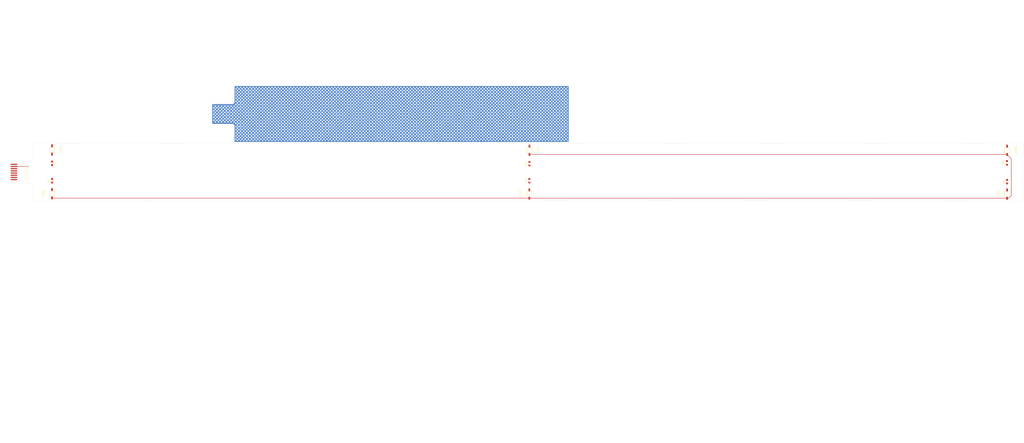
<source format=kicad_pcb>
(kicad_pcb (version 20241229) (generator "pcbnew") (generator_version "9.0")
  (layers (0 "F.Cu" signal) (2 "B.Cu" signal) (13 "F.Paste" user) (15 "B.Paste" user) (5 "F.SilkS" user "F.Silkscreen") (7 "B.SilkS" user "B.Silkscreen") (1 "F.Mask" user) (3 "B.Mask" user) (25 "Edge.Cuts" user))
  (net 0 "")
  (net 1 "GND")
  (net 2 "+5V")
  (net 3 "/S3B")
  (net 4 "/S3A")
  (net 5 "/S2B")
  (net 6 "/S1B")
  (net 7 "/S2A")
  (net 8 "/S1A")
  (footprint "VEMD2020X01:LED-SMD_L2.3-W2.3_VEMD2020X01" (layer "F.Cu") (at 481 129.825 90)
    (property "Reference" "LED5" (at 0 -4 90) (layer "F.SilkS"))
    (property "Value" "VEMD2020X01" (hide yes))
    (fp_line (start 1.15 -1.15) (end -1.15 -1.15) (stroke (width 0.25)) (layer "F.SilkS"))
    (fp_line (start 1.15 -1.15) (end 1.15 -0.6) (stroke (width 0.25)) (layer "F.SilkS"))
    (fp_line (start -1.15 -1.15) (end -1.15 -0.6) (stroke (width 0.25)) (layer "F.SilkS"))
    (fp_line (start 1.15 0.59) (end 1.15 1.15) (stroke (width 0.25)) (layer "F.SilkS"))
    (fp_line (start -1.15 0.59) (end -1.15 1.15) (stroke (width 0.25)) (layer "F.SilkS"))
    (fp_line (start -1.15 1.15) (end 1.15 1.15) (stroke (width 0.25)) (layer "F.SilkS"))
    (pad "1" smd rect (at 1.9 0 90) (size 1.35 0.75) (layers "F.Cu" "F.Mask" "F.Paste") (net 3 "/S3B"))
    (pad "2" smd rect (at -1.9 0 90) (size 1.35 0.75) (layers "F.Cu" "F.Mask" "F.Paste") (net 2 "+5V"))
  )
  (footprint "VEMD2020X01:LED-SMD_L2.3-W2.3_VEMD2020X01" (layer "F.Cu") (at 262.85 129.8 90)
    (property "Reference" "LED3" (at 0 -4 90) (layer "F.SilkS"))
    (property "Value" "VEMD2020X01" (hide yes))
    (fp_line (start 1.15 -1.15) (end -1.15 -1.15) (stroke (width 0.25)) (layer "F.SilkS"))
    (fp_line (start 1.15 -1.15) (end 1.15 -0.6) (stroke (width 0.25)) (layer "F.SilkS"))
    (fp_line (start -1.15 -1.15) (end -1.15 -0.6) (stroke (width 0.25)) (layer "F.SilkS"))
    (fp_line (start 1.15 0.59) (end 1.15 1.15) (stroke (width 0.25)) (layer "F.SilkS"))
    (fp_line (start -1.15 0.59) (end -1.15 1.15) (stroke (width 0.25)) (layer "F.SilkS"))
    (fp_line (start -1.15 1.15) (end 1.15 1.15) (stroke (width 0.25)) (layer "F.SilkS"))
    (pad "1" smd rect (at 1.9 0 90) (size 1.35 0.75) (layers "F.Cu" "F.Mask" "F.Paste") (net 5 "/S2B"))
    (pad "2" smd rect (at -1.9 0 90) (size 1.35 0.75) (layers "F.Cu" "F.Mask" "F.Paste") (net 2 "+5V"))
  )
  (footprint "VEMD2020X01:LED-SMD_L2.3-W2.3_VEMD2020X01" (layer "F.Cu") (at 262.9 109.8 -90)
    (property "Reference" "LED4" (at 0 -4 90) (layer "F.SilkS"))
    (property "Value" "VEMD2020X01" (hide yes))
    (fp_line (start -1.15 1.15) (end 1.15 1.15) (stroke (width 0.25)) (layer "F.SilkS"))
    (fp_line (start -1.15 0.59) (end -1.15 1.15) (stroke (width 0.25)) (layer "F.SilkS"))
    (fp_line (start 1.15 0.59) (end 1.15 1.15) (stroke (width 0.25)) (layer "F.SilkS"))
    (fp_line (start -1.15 -1.15) (end -1.15 -0.6) (stroke (width 0.25)) (layer "F.SilkS"))
    (fp_line (start 1.15 -1.15) (end 1.15 -0.6) (stroke (width 0.25)) (layer "F.SilkS"))
    (fp_line (start 1.15 -1.15) (end -1.15 -1.15) (stroke (width 0.25)) (layer "F.SilkS"))
    (pad "1" smd rect (at 1.9 0 270) (size 1.35 0.75) (layers "F.Cu" "F.Mask" "F.Paste") (net 7 "/S2A"))
    (pad "2" smd rect (at -1.9 0 270) (size 1.35 0.75) (layers "F.Cu" "F.Mask" "F.Paste") (net 2 "+5V"))
  )
  (footprint "Resistor_SMD:R_0603_1608Metric" (layer "F.Cu") (at 44.899264 115.775 -90)
    (property "Reference" "R2" (at 0 -1.43 90) (layer "F.SilkS"))
    (property "Value" "10kΩ")
    (fp_line (start -0.237258 0.5225) (end 0.237258 0.5225) (stroke (width 0.12)) (layer "F.SilkS"))
    (fp_line (start -0.237258 -0.5225) (end 0.237258 -0.5225) (stroke (width 0.12)) (layer "F.SilkS"))
    (pad "1" smd roundrect (at -0.825 0 270) (size 0.8 0.95) (layers "F.Cu" "F.Mask" "F.Paste") (net 6 "/S1B"))
    (pad "2" smd roundrect (at 0.825 0 270) (size 0.8 0.95) (layers "F.Cu" "F.Mask" "F.Paste") (net 1 "GND"))
  )
  (footprint "motion-play-footprints:FPC_Tail_8P_1.0mm_TopContact" (layer "F.Cu") (at 27.5 119.7 -90)
    (property "Reference" "J1" (at 0 2.5 270) (layer "F.SilkS") (effects (font (thickness 0.1))))
    (property "Value" "~")
    (pad "1" smd roundrect (at -3.5 0 270) (size 0.5 3) (layers "F.Cu" "F.Mask" "F.Paste") (roundrect_rratio 0.15) (net 2 "+5V"))
    (pad "2" smd roundrect (at -2.5 0 270) (size 0.5 3) (layers "F.Cu" "F.Mask" "F.Paste") (roundrect_rratio 0.15) (net 1 "GND"))
    (pad "3" smd roundrect (at -1.5 0 270) (size 0.5 3) (layers "F.Cu" "F.Mask" "F.Paste") (roundrect_rratio 0.15) (net 8 "/S1A"))
    (pad "4" smd roundrect (at -0.5 0 270) (size 0.5 3) (layers "F.Cu" "F.Mask" "F.Paste") (roundrect_rratio 0.15) (net 6 "/S1B"))
    (pad "5" smd roundrect (at 0.5 0 270) (size 0.5 3) (layers "F.Cu" "F.Mask" "F.Paste") (roundrect_rratio 0.15) (net 7 "/S2A"))
    (pad "6" smd roundrect (at 1.5 0 270) (size 0.5 3) (layers "F.Cu" "F.Mask" "F.Paste") (roundrect_rratio 0.15) (net 5 "/S2B"))
    (pad "7" smd roundrect (at 2.5 0 270) (size 0.5 3) (layers "F.Cu" "F.Mask" "F.Paste") (roundrect_rratio 0.15) (net 4 "/S3A"))
    (pad "8" smd roundrect (at 3.5 0 270) (size 0.5 3) (layers "F.Cu" "F.Mask" "F.Paste") (roundrect_rratio 0.15) (net 3 "/S3B"))
  )
  (footprint "VEMD2020X01:LED-SMD_L2.3-W2.3_VEMD2020X01" (layer "F.Cu") (at 44.899264 109.65 -90)
    (property "Reference" "LED2" (at 0 -4 90) (layer "F.SilkS"))
    (property "Value" "VEMD2020X01" (hide yes))
    (fp_line (start -1.15 1.15) (end 1.15 1.15) (stroke (width 0.25)) (layer "F.SilkS"))
    (fp_line (start -1.15 0.59) (end -1.15 1.15) (stroke (width 0.25)) (layer "F.SilkS"))
    (fp_line (start 1.15 0.59) (end 1.15 1.15) (stroke (width 0.25)) (layer "F.SilkS"))
    (fp_line (start -1.15 -1.15) (end -1.15 -0.6) (stroke (width 0.25)) (layer "F.SilkS"))
    (fp_line (start 1.15 -1.15) (end 1.15 -0.6) (stroke (width 0.25)) (layer "F.SilkS"))
    (fp_line (start 1.15 -1.15) (end -1.15 -1.15) (stroke (width 0.25)) (layer "F.SilkS"))
    (pad "1" smd rect (at 1.9 0 270) (size 1.35 0.75) (layers "F.Cu" "F.Mask" "F.Paste") (net 6 "/S1B"))
    (pad "2" smd rect (at -1.9 0 270) (size 1.35 0.75) (layers "F.Cu" "F.Mask" "F.Paste") (net 2 "+5V"))
  )
  (footprint "Resistor_SMD:R_0603_1608Metric" (layer "F.Cu") (at 262.85 123.725 90)
    (property "Reference" "R3" (at 0 -1.43 90) (layer "F.SilkS"))
    (property "Value" "10kΩ")
    (fp_line (start -0.237258 -0.5225) (end 0.237258 -0.5225) (stroke (width 0.12)) (layer "F.SilkS"))
    (fp_line (start -0.237258 0.5225) (end 0.237258 0.5225) (stroke (width 0.12)) (layer "F.SilkS"))
    (pad "1" smd roundrect (at -0.825 0 90) (size 0.8 0.95) (layers "F.Cu" "F.Mask" "F.Paste") (net 5 "/S2B"))
    (pad "2" smd roundrect (at 0.825 0 90) (size 0.8 0.95) (layers "F.Cu" "F.Mask" "F.Paste") (net 1 "GND"))
  )
  (footprint "Resistor_SMD:R_0603_1608Metric" (layer "F.Cu") (at 44.949264 123.725 90)
    (property "Reference" "R1" (at 0 -1.43 90) (layer "F.SilkS"))
    (property "Value" "10kΩ")
    (fp_line (start -0.237258 -0.5225) (end 0.237258 -0.5225) (stroke (width 0.12)) (layer "F.SilkS"))
    (fp_line (start -0.237258 0.5225) (end 0.237258 0.5225) (stroke (width 0.12)) (layer "F.SilkS"))
    (pad "1" smd roundrect (at -0.825 0 90) (size 0.8 0.95) (layers "F.Cu" "F.Mask" "F.Paste") (net 8 "/S1A"))
    (pad "2" smd roundrect (at 0.825 0 90) (size 0.8 0.95) (layers "F.Cu" "F.Mask" "F.Paste") (net 1 "GND"))
  )
  (footprint "Resistor_SMD:R_0603_1608Metric" (layer "F.Cu") (at 262.9 115.925 90)
    (property "Reference" "R4" (at 0 -1.43 90) (layer "F.SilkS"))
    (property "Value" "10kΩ")
    (fp_line (start -0.237258 -0.5225) (end 0.237258 -0.5225) (stroke (width 0.12)) (layer "F.SilkS"))
    (fp_line (start -0.237258 0.5225) (end 0.237258 0.5225) (stroke (width 0.12)) (layer "F.SilkS"))
    (pad "1" smd roundrect (at -0.825 0 90) (size 0.8 0.95) (layers "F.Cu" "F.Mask" "F.Paste") (net 7 "/S2A"))
    (pad "2" smd roundrect (at 0.825 0 90) (size 0.8 0.95) (layers "F.Cu" "F.Mask" "F.Paste") (net 1 "GND"))
  )
  (footprint "VEMD2020X01:LED-SMD_L2.3-W2.3_VEMD2020X01" (layer "F.Cu") (at 481 109.825 -90)
    (property "Reference" "LED6" (at 0 -4 90) (layer "F.SilkS"))
    (property "Value" "VEMD2020X01" (hide yes))
    (fp_line (start -1.15 1.15) (end 1.15 1.15) (stroke (width 0.25)) (layer "F.SilkS"))
    (fp_line (start -1.15 0.59) (end -1.15 1.15) (stroke (width 0.25)) (layer "F.SilkS"))
    (fp_line (start 1.15 0.59) (end 1.15 1.15) (stroke (width 0.25)) (layer "F.SilkS"))
    (fp_line (start -1.15 -1.15) (end -1.15 -0.6) (stroke (width 0.25)) (layer "F.SilkS"))
    (fp_line (start 1.15 -1.15) (end 1.15 -0.6) (stroke (width 0.25)) (layer "F.SilkS"))
    (fp_line (start 1.15 -1.15) (end -1.15 -1.15) (stroke (width 0.25)) (layer "F.SilkS"))
    (pad "1" smd rect (at 1.9 0 270) (size 1.35 0.75) (layers "F.Cu" "F.Mask" "F.Paste") (net 4 "/S3A"))
    (pad "2" smd rect (at -1.9 0 270) (size 1.35 0.75) (layers "F.Cu" "F.Mask" "F.Paste") (net 2 "+5V"))
  )
  (footprint "Resistor_SMD:R_0603_1608Metric" (layer "F.Cu") (at 480.95 115.55 90)
    (property "Reference" "R6" (at 0 -1.43 90) (layer "F.SilkS"))
    (property "Value" "10kΩ")
    (fp_line (start -0.237258 -0.5225) (end 0.237258 -0.5225) (stroke (width 0.12)) (layer "F.SilkS"))
    (fp_line (start -0.237258 0.5225) (end 0.237258 0.5225) (stroke (width 0.12)) (layer "F.SilkS"))
    (pad "1" smd roundrect (at -0.825 0 90) (size 0.8 0.95) (layers "F.Cu" "F.Mask" "F.Paste") (net 4 "/S3A"))
    (pad "2" smd roundrect (at 0.825 0 90) (size 0.8 0.95) (layers "F.Cu" "F.Mask" "F.Paste") (net 1 "GND"))
  )
  (footprint "Resistor_SMD:R_0603_1608Metric" (layer "F.Cu") (at 481 124.15 90)
    (property "Reference" "R5" (at 0 -1.43 90) (layer "F.SilkS"))
    (property "Value" "10kΩ")
    (fp_line (start -0.237258 -0.5225) (end 0.237258 -0.5225) (stroke (width 0.12)) (layer "F.SilkS"))
    (fp_line (start -0.237258 0.5225) (end 0.237258 0.5225) (stroke (width 0.12)) (layer "F.SilkS"))
    (pad "1" smd roundrect (at -0.825 0 90) (size 0.8 0.95) (layers "F.Cu" "F.Mask" "F.Paste") (net 3 "/S3B"))
    (pad "2" smd roundrect (at 0.825 0 90) (size 0.8 0.95) (layers "F.Cu" "F.Mask" "F.Paste") (net 1 "GND"))
  )
  (footprint "VEMD2020X01:LED-SMD_L2.3-W2.3_VEMD2020X01" (layer "F.Cu") (at 44.899264 129.65 90)
    (property "Reference" "LED1" (at 0 -4 90) (layer "F.SilkS"))
    (property "Value" "VEMD2020X01" (hide yes))
    (fp_line (start 1.15 -1.15) (end -1.15 -1.15) (stroke (width 0.25)) (layer "F.SilkS"))
    (fp_line (start 1.15 -1.15) (end 1.15 -0.6) (stroke (width 0.25)) (layer "F.SilkS"))
    (fp_line (start -1.15 -1.15) (end -1.15 -0.6) (stroke (width 0.25)) (layer "F.SilkS"))
    (fp_line (start 1.15 0.59) (end 1.15 1.15) (stroke (width 0.25)) (layer "F.SilkS"))
    (fp_line (start -1.15 0.59) (end -1.15 1.15) (stroke (width 0.25)) (layer "F.SilkS"))
    (fp_line (start -1.15 1.15) (end 1.15 1.15) (stroke (width 0.25)) (layer "F.SilkS"))
    (pad "1" smd rect (at 1.9 0 90) (size 1.35 0.75) (layers "F.Cu" "F.Mask" "F.Paste") (net 8 "/S1A"))
    (pad "2" smd rect (at -1.9 0 90) (size 1.35 0.75) (layers "F.Cu" "F.Mask" "F.Paste") (net 2 "+5V"))
  )
  (gr_line (start 33.5 114.7) (end 35.569128 114.7) (stroke (width 0.05)) (layer "Edge.Cuts"))
  (gr_line (start 36.775 106.450037) (end 488.1 106.59965) (stroke (width 0.05)) (layer "Edge.Cuts"))
  (gr_arc (start 35.575 124.7) (mid 35.999264 124.875736) (end 36.175 125.3) (stroke (width 0.05)) (layer "Edge.Cuts"))
  (gr_arc (start 488.7 132.500386) (mid 488.524264 132.92465) (end 488.1 133.100386) (stroke (width 0.05)) (layer "Edge.Cuts"))
  (gr_line (start 36.175 114.1) (end 36.175 107.05) (stroke (width 0.05)) (layer "Edge.Cuts"))
  (gr_line (start 33.5 124.7) (end 26.5 124.7) (stroke (width 0.05)) (layer "Edge.Cuts"))
  (gr_line (start 488.7 107.19965) (end 488.7 132.50035) (stroke (width 0.05)) (layer "Edge.Cuts"))
  (gr_line (start 33.5 124.7) (end 35.575736 124.7) (stroke (width 0.05)) (layer "Edge.Cuts"))
  (gr_line (start 488.095902 133.100386) (end 36.775 132.95) (stroke (width 0.05)) (layer "Edge.Cuts"))
  (gr_line (start 36.175 132.35) (end 36.175 125.3) (stroke (width 0.05)) (layer "Edge.Cuts"))
  (gr_arc (start 36.175 114.1) (mid 35.999264 114.524264) (end 35.575 114.7) (stroke (width 0.05)) (layer "Edge.Cuts"))
  (gr_arc (start 36.175 107.05) (mid 36.350736 106.625736) (end 36.775 106.45) (stroke (width 0.05)) (layer "Edge.Cuts"))
  (gr_arc (start 26.5 124.7) (mid 26.146447 124.553553) (end 26 124.2) (stroke (width 0.05)) (layer "Edge.Cuts"))
  (gr_arc (start 36.775 132.95) (mid 36.350736 132.774264) (end 36.175 132.35) (stroke (width 0.05)) (layer "Edge.Cuts"))
  (gr_line (start 26.5 114.7) (end 33.5 114.7) (stroke (width 0.05)) (layer "Edge.Cuts"))
  (gr_arc (start 26 115.2) (mid 26.146447 114.846447) (end 26.5 114.7) (stroke (width 0.05)) (layer "Edge.Cuts"))
  (gr_arc (start 488.1 106.59965) (mid 488.524264 106.775386) (end 488.7 107.19965) (stroke (width 0.05)) (layer "Edge.Cuts"))
  (gr_line (start 26 124.2) (end 26 115.2) (stroke (width 0.05)) (layer "Edge.Cuts"))
  (gr_text "GND" (at 32.3 117.6 0) (layer "F.SilkS") (effects (font (size 0.6 0.6) (thickness 0.06)) (justify left bottom)))
  (gr_text "+5V" (at 32.3 116.65 0) (layer "F.SilkS") (effects (font (size 0.6 0.6) (thickness 0.06)) (justify left bottom)))
  (gr_text "S3B" (at 32.35 123.35 0) (layer "F.SilkS") (effects (font (size 0.6 0.6) (thickness 0.06)) (justify left bottom)))
  (gr_text "S1B" (at 32.3 119.6 0) (layer "F.SilkS") (effects (font (size 0.6 0.6) (thickness 0.06)) (justify left bottom)))
  (gr_text "S2B" (at 32.3 121.45 0) (layer "F.SilkS") (effects (font (size 0.6 0.6) (thickness 0.06)) (justify left bottom)))
  (gr_text "S2A" (at 32.3 120.55 0) (layer "F.SilkS") (effects (font (size 0.6 0.6) (thickness 0.06)) (justify left bottom)))
  (gr_text "S3A" (at 32.3 122.4 0) (layer "F.SilkS") (effects (font (size 0.6 0.6) (thickness 0.06)) (justify left bottom)))
  (gr_text "S1A" (at 32.3 118.6 0) (layer "F.SilkS") (effects (font (size 0.6 0.6) (thickness 0.06)) (justify left bottom)))
  (segment (start 27.5 117.2) (end 33.75 117.2) (width 0.2) (layer "F.Cu") (net 1))
  (via (at 33.75 117.2) (size 0.6) (drill 0.3) (layers "F.Cu" "B.Cu") (net 1))
  (segment (start 262.85 131.7) (end 45.049264 131.7) (width 0.2) (layer "F.Cu") (net 2))
  (segment (start 481.7 131.725) (end 481 131.725) (width 0.2) (layer "F.Cu") (net 2))
  (segment (start 482.925 130.5) (end 481.7 131.725) (width 0.2) (layer "F.Cu") (net 2))
  (segment (start 481 111.725) (end 482.925 113.65) (width 0.2) (layer "F.Cu") (net 2))
  (segment (start 481 131.725) (end 262.875 131.725) (width 0.2) (layer "F.Cu") (net 2))
  (segment (start 262.875 131.725) (end 262.85 131.7) (width 0.2) (layer "F.Cu") (net 2))
  (segment (start 262.9 111.7) (end 480.975 111.7) (width 0.2) (layer "F.Cu") (net 2))
  (segment (start 45.049264 131.7) (end 44.899264 131.55) (width 0.2) (layer "F.Cu") (net 2))
  (segment (start 480.975 111.7) (end 481 111.725) (width 0.2) (layer "F.Cu") (net 2))
  (segment (start 262.75 111.55) (end 262.9 111.7) (width 0.2) (layer "F.Cu") (net 2))
  (segment (start 482.925 113.65) (end 482.925 130.5) (width 0.2) (layer "F.Cu") (net 2))
  (zone (net 1) (net_name "GND") (layer "B.Cu") (priority 1) (connect_pads (clearance 0.5)) (min_thickness 0.25) (fill yes (mode hatch) (thermal_gap 0.5) (thermal_bridge_width 0.5) (hatch_thickness 0.38) (hatch_gap 0.635) (hatch_orientation 45) (hatch_border_algorithm hatch_thickness) (hatch_min_hole_area 0.3))
    (polygon (pts (xy 117.70816 88.2) (xy 117.65 98.15) (xy 126.7 98.2) (xy 127.8 98.2) (xy 127.8 106.3) (xy 281.35 106.5) (xy 281.25 79.9) (xy 127.8 79.95) (xy 127.8 88.2)))
  )
)
</source>
